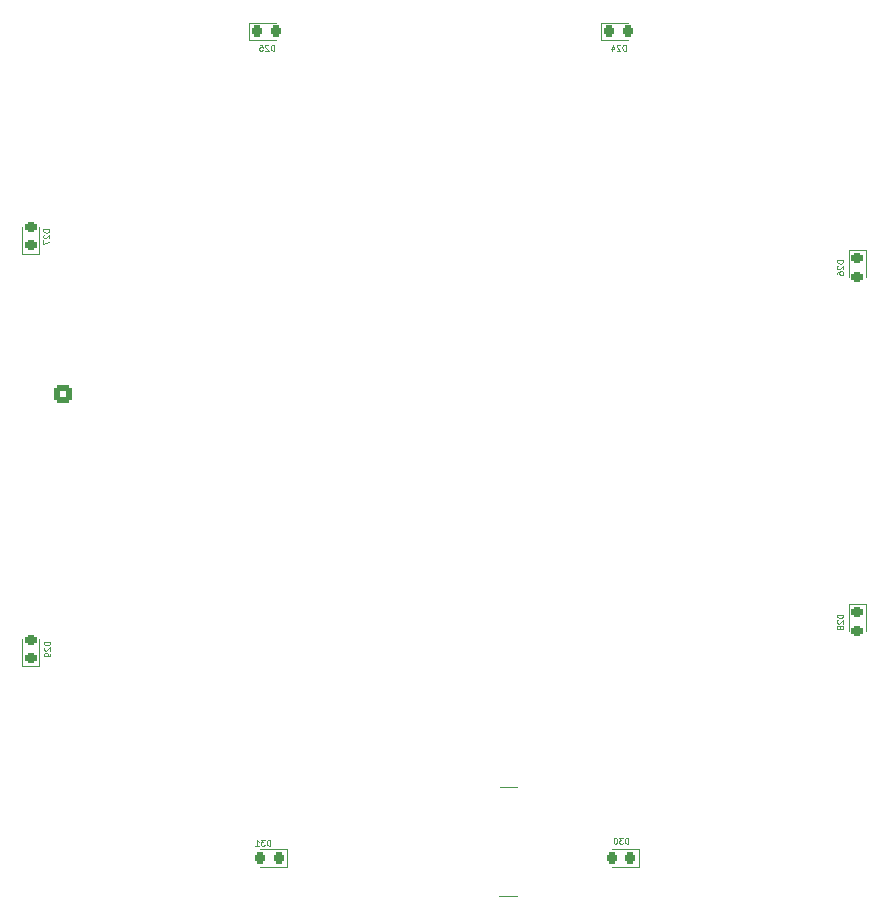
<source format=gbo>
G04 #@! TF.GenerationSoftware,KiCad,Pcbnew,(6.0.8)*
G04 #@! TF.CreationDate,2024-01-04T13:57:02-05:00*
G04 #@! TF.ProjectId,lb_mp1,6c625f6d-7031-42e6-9b69-6361645f7063,rev?*
G04 #@! TF.SameCoordinates,Original*
G04 #@! TF.FileFunction,Legend,Bot*
G04 #@! TF.FilePolarity,Positive*
%FSLAX46Y46*%
G04 Gerber Fmt 4.6, Leading zero omitted, Abs format (unit mm)*
G04 Created by KiCad (PCBNEW (6.0.8)) date 2024-01-04 13:57:02*
%MOMM*%
%LPD*%
G01*
G04 APERTURE LIST*
G04 Aperture macros list*
%AMRoundRect*
0 Rectangle with rounded corners*
0 $1 Rounding radius*
0 $2 $3 $4 $5 $6 $7 $8 $9 X,Y pos of 4 corners*
0 Add a 4 corners polygon primitive as box body*
4,1,4,$2,$3,$4,$5,$6,$7,$8,$9,$2,$3,0*
0 Add four circle primitives for the rounded corners*
1,1,$1+$1,$2,$3*
1,1,$1+$1,$4,$5*
1,1,$1+$1,$6,$7*
1,1,$1+$1,$8,$9*
0 Add four rect primitives between the rounded corners*
20,1,$1+$1,$2,$3,$4,$5,0*
20,1,$1+$1,$4,$5,$6,$7,0*
20,1,$1+$1,$6,$7,$8,$9,0*
20,1,$1+$1,$8,$9,$2,$3,0*%
G04 Aperture macros list end*
%ADD10C,0.125000*%
%ADD11C,0.120000*%
%ADD12C,1.300000*%
%ADD13RoundRect,0.250000X-0.625000X0.350000X-0.625000X-0.350000X0.625000X-0.350000X0.625000X0.350000X0*%
%ADD14O,1.750000X1.200000*%
%ADD15C,1.500000*%
%ADD16R,1.600000X1.600000*%
%ADD17C,1.600000*%
%ADD18C,2.150000*%
%ADD19C,6.200000*%
%ADD20R,1.700000X1.700000*%
%ADD21O,1.700000X1.700000*%
%ADD22C,1.450000*%
%ADD23O,1.900000X1.200000*%
%ADD24C,3.250000*%
%ADD25RoundRect,0.250500X-0.499500X0.499500X-0.499500X-0.499500X0.499500X-0.499500X0.499500X0.499500X0*%
%ADD26C,2.500000*%
%ADD27C,0.711200*%
%ADD28R,3.000000X3.000000*%
%ADD29C,3.000000*%
%ADD30RoundRect,0.218750X0.256250X-0.218750X0.256250X0.218750X-0.256250X0.218750X-0.256250X-0.218750X0*%
%ADD31RoundRect,0.218750X0.218750X0.256250X-0.218750X0.256250X-0.218750X-0.256250X0.218750X-0.256250X0*%
%ADD32RoundRect,0.218750X-0.218750X-0.256250X0.218750X-0.256250X0.218750X0.256250X-0.218750X0.256250X0*%
%ADD33R,2.400000X0.320000*%
%ADD34RoundRect,0.218750X-0.256250X0.218750X-0.256250X-0.218750X0.256250X-0.218750X0.256250X0.218750X0*%
G04 APERTURE END LIST*
D10*
X116026190Y-78432857D02*
X115526190Y-78432857D01*
X115526190Y-78551904D01*
X115550000Y-78623333D01*
X115597619Y-78670952D01*
X115645238Y-78694761D01*
X115740476Y-78718571D01*
X115811904Y-78718571D01*
X115907142Y-78694761D01*
X115954761Y-78670952D01*
X116002380Y-78623333D01*
X116026190Y-78551904D01*
X116026190Y-78432857D01*
X115573809Y-78909047D02*
X115550000Y-78932857D01*
X115526190Y-78980476D01*
X115526190Y-79099523D01*
X115550000Y-79147142D01*
X115573809Y-79170952D01*
X115621428Y-79194761D01*
X115669047Y-79194761D01*
X115740476Y-79170952D01*
X116026190Y-78885238D01*
X116026190Y-79194761D01*
X115526190Y-79361428D02*
X115526190Y-79694761D01*
X116026190Y-79480476D01*
X165047142Y-130456190D02*
X165047142Y-129956190D01*
X164928095Y-129956190D01*
X164856666Y-129980000D01*
X164809047Y-130027619D01*
X164785238Y-130075238D01*
X164761428Y-130170476D01*
X164761428Y-130241904D01*
X164785238Y-130337142D01*
X164809047Y-130384761D01*
X164856666Y-130432380D01*
X164928095Y-130456190D01*
X165047142Y-130456190D01*
X164594761Y-129956190D02*
X164285238Y-129956190D01*
X164451904Y-130146666D01*
X164380476Y-130146666D01*
X164332857Y-130170476D01*
X164309047Y-130194285D01*
X164285238Y-130241904D01*
X164285238Y-130360952D01*
X164309047Y-130408571D01*
X164332857Y-130432380D01*
X164380476Y-130456190D01*
X164523333Y-130456190D01*
X164570952Y-130432380D01*
X164594761Y-130408571D01*
X163975714Y-129956190D02*
X163928095Y-129956190D01*
X163880476Y-129980000D01*
X163856666Y-130003809D01*
X163832857Y-130051428D01*
X163809047Y-130146666D01*
X163809047Y-130265714D01*
X163832857Y-130360952D01*
X163856666Y-130408571D01*
X163880476Y-130432380D01*
X163928095Y-130456190D01*
X163975714Y-130456190D01*
X164023333Y-130432380D01*
X164047142Y-130408571D01*
X164070952Y-130360952D01*
X164094761Y-130265714D01*
X164094761Y-130146666D01*
X164070952Y-130051428D01*
X164047142Y-130003809D01*
X164023333Y-129980000D01*
X163975714Y-129956190D01*
X135047142Y-63316190D02*
X135047142Y-62816190D01*
X134928095Y-62816190D01*
X134856666Y-62840000D01*
X134809047Y-62887619D01*
X134785238Y-62935238D01*
X134761428Y-63030476D01*
X134761428Y-63101904D01*
X134785238Y-63197142D01*
X134809047Y-63244761D01*
X134856666Y-63292380D01*
X134928095Y-63316190D01*
X135047142Y-63316190D01*
X134570952Y-62863809D02*
X134547142Y-62840000D01*
X134499523Y-62816190D01*
X134380476Y-62816190D01*
X134332857Y-62840000D01*
X134309047Y-62863809D01*
X134285238Y-62911428D01*
X134285238Y-62959047D01*
X134309047Y-63030476D01*
X134594761Y-63316190D01*
X134285238Y-63316190D01*
X133832857Y-62816190D02*
X134070952Y-62816190D01*
X134094761Y-63054285D01*
X134070952Y-63030476D01*
X134023333Y-63006666D01*
X133904285Y-63006666D01*
X133856666Y-63030476D01*
X133832857Y-63054285D01*
X133809047Y-63101904D01*
X133809047Y-63220952D01*
X133832857Y-63268571D01*
X133856666Y-63292380D01*
X133904285Y-63316190D01*
X134023333Y-63316190D01*
X134070952Y-63292380D01*
X134094761Y-63268571D01*
X164834642Y-63316190D02*
X164834642Y-62816190D01*
X164715595Y-62816190D01*
X164644166Y-62840000D01*
X164596547Y-62887619D01*
X164572738Y-62935238D01*
X164548928Y-63030476D01*
X164548928Y-63101904D01*
X164572738Y-63197142D01*
X164596547Y-63244761D01*
X164644166Y-63292380D01*
X164715595Y-63316190D01*
X164834642Y-63316190D01*
X164358452Y-62863809D02*
X164334642Y-62840000D01*
X164287023Y-62816190D01*
X164167976Y-62816190D01*
X164120357Y-62840000D01*
X164096547Y-62863809D01*
X164072738Y-62911428D01*
X164072738Y-62959047D01*
X164096547Y-63030476D01*
X164382261Y-63316190D01*
X164072738Y-63316190D01*
X163644166Y-62982857D02*
X163644166Y-63316190D01*
X163763214Y-62792380D02*
X163882261Y-63149523D01*
X163572738Y-63149523D01*
X183236190Y-81052857D02*
X182736190Y-81052857D01*
X182736190Y-81171904D01*
X182760000Y-81243333D01*
X182807619Y-81290952D01*
X182855238Y-81314761D01*
X182950476Y-81338571D01*
X183021904Y-81338571D01*
X183117142Y-81314761D01*
X183164761Y-81290952D01*
X183212380Y-81243333D01*
X183236190Y-81171904D01*
X183236190Y-81052857D01*
X182783809Y-81529047D02*
X182760000Y-81552857D01*
X182736190Y-81600476D01*
X182736190Y-81719523D01*
X182760000Y-81767142D01*
X182783809Y-81790952D01*
X182831428Y-81814761D01*
X182879047Y-81814761D01*
X182950476Y-81790952D01*
X183236190Y-81505238D01*
X183236190Y-81814761D01*
X182736190Y-82243333D02*
X182736190Y-82148095D01*
X182760000Y-82100476D01*
X182783809Y-82076666D01*
X182855238Y-82029047D01*
X182950476Y-82005238D01*
X183140952Y-82005238D01*
X183188571Y-82029047D01*
X183212380Y-82052857D01*
X183236190Y-82100476D01*
X183236190Y-82195714D01*
X183212380Y-82243333D01*
X183188571Y-82267142D01*
X183140952Y-82290952D01*
X183021904Y-82290952D01*
X182974285Y-82267142D01*
X182950476Y-82243333D01*
X182926666Y-82195714D01*
X182926666Y-82100476D01*
X182950476Y-82052857D01*
X182974285Y-82029047D01*
X183021904Y-82005238D01*
X183236190Y-111052857D02*
X182736190Y-111052857D01*
X182736190Y-111171904D01*
X182760000Y-111243333D01*
X182807619Y-111290952D01*
X182855238Y-111314761D01*
X182950476Y-111338571D01*
X183021904Y-111338571D01*
X183117142Y-111314761D01*
X183164761Y-111290952D01*
X183212380Y-111243333D01*
X183236190Y-111171904D01*
X183236190Y-111052857D01*
X182783809Y-111529047D02*
X182760000Y-111552857D01*
X182736190Y-111600476D01*
X182736190Y-111719523D01*
X182760000Y-111767142D01*
X182783809Y-111790952D01*
X182831428Y-111814761D01*
X182879047Y-111814761D01*
X182950476Y-111790952D01*
X183236190Y-111505238D01*
X183236190Y-111814761D01*
X182950476Y-112100476D02*
X182926666Y-112052857D01*
X182902857Y-112029047D01*
X182855238Y-112005238D01*
X182831428Y-112005238D01*
X182783809Y-112029047D01*
X182760000Y-112052857D01*
X182736190Y-112100476D01*
X182736190Y-112195714D01*
X182760000Y-112243333D01*
X182783809Y-112267142D01*
X182831428Y-112290952D01*
X182855238Y-112290952D01*
X182902857Y-112267142D01*
X182926666Y-112243333D01*
X182950476Y-112195714D01*
X182950476Y-112100476D01*
X182974285Y-112052857D01*
X182998095Y-112029047D01*
X183045714Y-112005238D01*
X183140952Y-112005238D01*
X183188571Y-112029047D01*
X183212380Y-112052857D01*
X183236190Y-112100476D01*
X183236190Y-112195714D01*
X183212380Y-112243333D01*
X183188571Y-112267142D01*
X183140952Y-112290952D01*
X183045714Y-112290952D01*
X182998095Y-112267142D01*
X182974285Y-112243333D01*
X182950476Y-112195714D01*
X134707142Y-130626190D02*
X134707142Y-130126190D01*
X134588095Y-130126190D01*
X134516666Y-130150000D01*
X134469047Y-130197619D01*
X134445238Y-130245238D01*
X134421428Y-130340476D01*
X134421428Y-130411904D01*
X134445238Y-130507142D01*
X134469047Y-130554761D01*
X134516666Y-130602380D01*
X134588095Y-130626190D01*
X134707142Y-130626190D01*
X134254761Y-130126190D02*
X133945238Y-130126190D01*
X134111904Y-130316666D01*
X134040476Y-130316666D01*
X133992857Y-130340476D01*
X133969047Y-130364285D01*
X133945238Y-130411904D01*
X133945238Y-130530952D01*
X133969047Y-130578571D01*
X133992857Y-130602380D01*
X134040476Y-130626190D01*
X134183333Y-130626190D01*
X134230952Y-130602380D01*
X134254761Y-130578571D01*
X133469047Y-130626190D02*
X133754761Y-130626190D01*
X133611904Y-130626190D02*
X133611904Y-130126190D01*
X133659523Y-130197619D01*
X133707142Y-130245238D01*
X133754761Y-130269047D01*
X116096190Y-113352857D02*
X115596190Y-113352857D01*
X115596190Y-113471904D01*
X115620000Y-113543333D01*
X115667619Y-113590952D01*
X115715238Y-113614761D01*
X115810476Y-113638571D01*
X115881904Y-113638571D01*
X115977142Y-113614761D01*
X116024761Y-113590952D01*
X116072380Y-113543333D01*
X116096190Y-113471904D01*
X116096190Y-113352857D01*
X115643809Y-113829047D02*
X115620000Y-113852857D01*
X115596190Y-113900476D01*
X115596190Y-114019523D01*
X115620000Y-114067142D01*
X115643809Y-114090952D01*
X115691428Y-114114761D01*
X115739047Y-114114761D01*
X115810476Y-114090952D01*
X116096190Y-113805238D01*
X116096190Y-114114761D01*
X116096190Y-114352857D02*
X116096190Y-114448095D01*
X116072380Y-114495714D01*
X116048571Y-114519523D01*
X115977142Y-114567142D01*
X115881904Y-114590952D01*
X115691428Y-114590952D01*
X115643809Y-114567142D01*
X115620000Y-114543333D01*
X115596190Y-114495714D01*
X115596190Y-114400476D01*
X115620000Y-114352857D01*
X115643809Y-114329047D01*
X115691428Y-114305238D01*
X115810476Y-114305238D01*
X115858095Y-114329047D01*
X115881904Y-114352857D01*
X115905714Y-114400476D01*
X115905714Y-114495714D01*
X115881904Y-114543333D01*
X115858095Y-114567142D01*
X115810476Y-114590952D01*
D11*
X115175000Y-78200000D02*
X115175000Y-80485000D01*
X113705000Y-80485000D02*
X113705000Y-78200000D01*
X115175000Y-80485000D02*
X113705000Y-80485000D01*
X165925000Y-130925000D02*
X165925000Y-132395000D01*
X163640000Y-130925000D02*
X165925000Y-130925000D01*
X165925000Y-132395000D02*
X163640000Y-132395000D01*
X132955000Y-62395000D02*
X132955000Y-60925000D01*
X132955000Y-60925000D02*
X135240000Y-60925000D01*
X135240000Y-62395000D02*
X132955000Y-62395000D01*
X155597500Y-134915000D02*
X154107500Y-134915000D01*
X154177500Y-125685000D02*
X155667500Y-125685000D01*
X165027500Y-62395000D02*
X162742500Y-62395000D01*
X162742500Y-60925000D02*
X165027500Y-60925000D01*
X162742500Y-62395000D02*
X162742500Y-60925000D01*
X185175000Y-80175000D02*
X185175000Y-82460000D01*
X183705000Y-80175000D02*
X185175000Y-80175000D01*
X183705000Y-82460000D02*
X183705000Y-80175000D01*
X185175000Y-110175000D02*
X185175000Y-112460000D01*
X183705000Y-110175000D02*
X185175000Y-110175000D01*
X183705000Y-112460000D02*
X183705000Y-110175000D01*
X133852500Y-130925000D02*
X136137500Y-130925000D01*
X136137500Y-132395000D02*
X133852500Y-132395000D01*
X136137500Y-130925000D02*
X136137500Y-132395000D01*
X113705000Y-115445000D02*
X113705000Y-113160000D01*
X115175000Y-115445000D02*
X113705000Y-115445000D01*
X115175000Y-113160000D02*
X115175000Y-115445000D01*
%LPC*%
G36*
X124040000Y-72490000D02*
G01*
X119840000Y-72490000D01*
X119840000Y-68290000D01*
X124040000Y-68290000D01*
X124040000Y-72490000D01*
G37*
G36*
X151440000Y-98660000D02*
G01*
X147440000Y-98660000D01*
X147440000Y-94660000D01*
X151440000Y-94660000D01*
X151440000Y-98660000D01*
G37*
D12*
X194400000Y-132777000D03*
X105650000Y-135677000D03*
X188770000Y-54397000D03*
D13*
X110850000Y-74300000D03*
D14*
X110850000Y-76300000D03*
D15*
X172230000Y-141615000D03*
X172230000Y-134615000D03*
D16*
X112390000Y-127900000D03*
D17*
X114390000Y-127900000D03*
X116390000Y-127900000D03*
X118390000Y-127900000D03*
D18*
X118660000Y-125180000D03*
X118660000Y-130620000D03*
X111660000Y-125180000D03*
X111660000Y-130620000D03*
D19*
X104440000Y-51660000D03*
X194440000Y-141660000D03*
D20*
X136960000Y-55345000D03*
D21*
X136960000Y-52805000D03*
X139500000Y-55345000D03*
X139500000Y-52805000D03*
X142040000Y-55345000D03*
X142040000Y-52805000D03*
X144580000Y-55345000D03*
X144580000Y-52805000D03*
X147120000Y-55345000D03*
X147120000Y-52805000D03*
X149660000Y-55345000D03*
X149660000Y-52805000D03*
X152200000Y-55345000D03*
X152200000Y-52805000D03*
X154740000Y-55345000D03*
X154740000Y-52805000D03*
X157280000Y-55345000D03*
X157280000Y-52805000D03*
X159820000Y-55345000D03*
X159820000Y-52805000D03*
X162360000Y-55345000D03*
X162360000Y-52805000D03*
X164900000Y-55345000D03*
X164900000Y-52805000D03*
X167440000Y-55345000D03*
X167440000Y-52805000D03*
X169980000Y-55345000D03*
X169980000Y-52805000D03*
X172520000Y-55345000D03*
X172520000Y-52805000D03*
X175060000Y-55345000D03*
X175060000Y-52805000D03*
D19*
X104440000Y-141660000D03*
D20*
X182290000Y-59550000D03*
D21*
X184830000Y-59550000D03*
X187370000Y-59550000D03*
X189910000Y-59550000D03*
X192450000Y-59550000D03*
X194990000Y-59550000D03*
D22*
X104662500Y-75900000D03*
D23*
X101962500Y-76900000D03*
D22*
X104662500Y-70900000D03*
D23*
X101962500Y-69900000D03*
D24*
X110812500Y-91085000D03*
X110812500Y-102515000D03*
D25*
X117172500Y-92360000D03*
D15*
X119712500Y-93620000D03*
X117172500Y-94900000D03*
X119712500Y-96160000D03*
X117172500Y-97440000D03*
X119712500Y-98700000D03*
X117172500Y-99980000D03*
X119712500Y-101240000D03*
X105912500Y-90175000D03*
X105912500Y-92715000D03*
X105912500Y-100885000D03*
X105912500Y-103425000D03*
D26*
X113862500Y-104545000D03*
X113862500Y-89055000D03*
D23*
X197347500Y-65730000D03*
D22*
X194647500Y-66730000D03*
D23*
X197347500Y-72730000D03*
D22*
X194647500Y-71730000D03*
D27*
X123140000Y-71590000D03*
X121940000Y-71590000D03*
X120740000Y-71590000D03*
X123140000Y-70390000D03*
X121940000Y-70390000D03*
X120740000Y-70390000D03*
X123140000Y-69190000D03*
X121940000Y-69190000D03*
X120740000Y-69190000D03*
D28*
X106600000Y-63640000D03*
D29*
X106600000Y-58560000D03*
D19*
X194440000Y-51660000D03*
D20*
X180992500Y-50247500D03*
D21*
X183532500Y-50247500D03*
X180992500Y-52787500D03*
X183532500Y-52787500D03*
D27*
X150440000Y-97660000D03*
X149440000Y-97660000D03*
X148440000Y-97660000D03*
X150440000Y-96660000D03*
X149440000Y-96660000D03*
X148440000Y-96660000D03*
X150440000Y-95660000D03*
X149440000Y-95660000D03*
X148440000Y-95660000D03*
D30*
X114440000Y-79787500D03*
X114440000Y-78212500D03*
D31*
X165227500Y-131660000D03*
X163652500Y-131660000D03*
D32*
X133652500Y-61660000D03*
X135227500Y-61660000D03*
D33*
X154422500Y-134275000D03*
X154422500Y-133655000D03*
X154422500Y-133035000D03*
X154422500Y-132415000D03*
X154422500Y-131795000D03*
X154422500Y-131175000D03*
X154422500Y-130555000D03*
X154422500Y-129935000D03*
X154422500Y-129315000D03*
X154422500Y-128695000D03*
X154422500Y-128075000D03*
X154422500Y-127455000D03*
X154422500Y-126835000D03*
X154422500Y-126215000D03*
D32*
X163440000Y-61660000D03*
X165015000Y-61660000D03*
D34*
X184440000Y-80872500D03*
X184440000Y-82447500D03*
X184440000Y-110872500D03*
X184440000Y-112447500D03*
D31*
X135440000Y-131660000D03*
X133865000Y-131660000D03*
D30*
X114440000Y-114747500D03*
X114440000Y-113172500D03*
M02*

</source>
